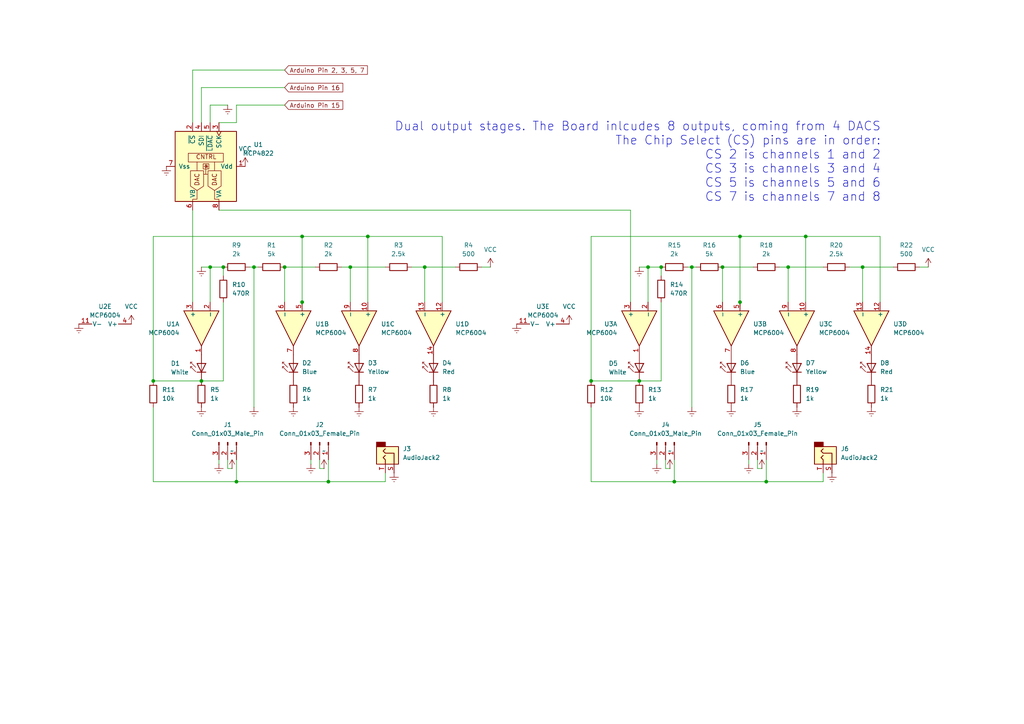
<source format=kicad_sch>
(kicad_sch (version 20231120) (generator "eeschema") (generator_version "8.0")
  (paper "A4")
  (lib_symbols
    (symbol "Amplifier_Operational:MCP6004" (pin_names (offset 0.127))
      (property "Reference" "U" (at 0 5.08 0))
      (property "Value" "MCP6004" (at 0 -5.08 0))
      (symbol "MCP6004_1_1"
        (polyline (pts (xy -5.08 5.08) (xy 5.08 0) (xy -5.08 -5.08) (xy -5.08 5.08)) (stroke (width 0.254)) (fill (type background)))
        (pin output line (at 7.62 0 180) (length 2.54) (name "~") (number "1"))
        (pin input line (at -7.62 -2.54 0) (length 2.54) (name "-") (number "2"))
        (pin input line (at -7.62 2.54 0) (length 2.54) (name "+") (number "3"))
      )
      (symbol "MCP6004_2_1"
        (polyline (pts (xy -5.08 5.08) (xy 5.08 0) (xy -5.08 -5.08) (xy -5.08 5.08)) (stroke (width 0.254)) (fill (type background)))
        (pin input line (at -7.62 2.54 0) (length 2.54) (name "+") (number "5"))
        (pin input line (at -7.62 -2.54 0) (length 2.54) (name "-") (number "6"))
        (pin output line (at 7.62 0 180) (length 2.54) (name "~") (number "7"))
      )
      (symbol "MCP6004_3_1"
        (polyline (pts (xy -5.08 5.08) (xy 5.08 0) (xy -5.08 -5.08) (xy -5.08 5.08)) (stroke (width 0.254)) (fill (type background)))
        (pin input line (at -7.62 2.54 0) (length 2.54) (name "+") (number "10"))
        (pin output line (at 7.62 0 180) (length 2.54) (name "~") (number "8"))
        (pin input line (at -7.62 -2.54 0) (length 2.54) (name "-") (number "9"))
      )
      (symbol "MCP6004_4_1"
        (polyline (pts (xy -5.08 5.08) (xy 5.08 0) (xy -5.08 -5.08) (xy -5.08 5.08)) (stroke (width 0.254)) (fill (type background)))
        (pin input line (at -7.62 2.54 0) (length 2.54) (name "+") (number "12"))
        (pin input line (at -7.62 -2.54 0) (length 2.54) (name "-") (number "13"))
        (pin output line (at 7.62 0 180) (length 2.54) (name "~") (number "14"))
      )
      (symbol "MCP6004_5_1"
        (pin power_in line (at -2.54 -7.62 90) (length 3.81) (name "V-") (number "11"))
        (pin power_in line (at -2.54 7.62 270) (length 3.81) (name "V+") (number "4"))
      )
    )
    (symbol "Analog_DAC:MCP4822" (pin_names (offset 1.016))
      (property "Reference" "U" (at -2.54 10.795 0))
      (property "Value" "MCP4822" (at -2.54 8.89 0))
      (symbol "MCP4822_0_0"
        (polyline (pts (xy 0 -1.778) (xy 0 -0.635)))
        (polyline (pts (xy 0.381 -0.889) (xy 0.508 -0.762)))
        (polyline (pts (xy 2.286 -1.143) (xy 2.286 -1.905)))
        (polyline (pts (xy 0.381 -0.889) (xy -0.381 -0.889) (xy -0.508 -1.016)))
        (polyline (pts (xy 0.762 -1.27) (xy 2.286 -1.27) (xy 2.286 -0.762)))
        (polyline (pts (xy 0 -0.889) (xy 0.508 -1.397) (xy -0.508 -1.397) (xy 0 -0.889)))
        (polyline (pts (xy 6.985 -3.81) (xy 9.525 -3.81) (xy 9.525 -5.08) (xy 10.16 -5.08)))
        (polyline (pts (xy 6.985 1.27) (xy 9.525 1.27) (xy 9.525 2.54) (xy 10.16 2.54)))
        (rectangle (start 0.762 -0.381) (end -0.762 -2.032))
        (text "CNTRL" (at -2.032 -4.191 900) (effects (font (size 1.27 1.27)) (justify left bottom)))
        (text "DAC" (at 3.81 -3.81 0) (effects (font (size 1.27 1.27))))
        (text "DAC" (at 3.81 1.27 0) (effects (font (size 1.27 1.27))))
      )
      (symbol "MCP4822_0_1"
        (rectangle (start -10.16 7.62) (end 10.16 -10.16) (stroke (width 0.254)) (fill (type background)))
        (rectangle (start -1.27 -6.35) (end -3.81 3.81))
        (polyline (pts (xy 1.27 -3.81) (xy -1.27 -3.81)))
        (polyline (pts (xy 1.27 1.27) (xy -1.27 1.27)))
        (polyline (pts (xy 6.985 -3.81) (xy 5.715 -1.905) (xy 1.27 -1.905) (xy 1.27 -5.715) (xy 5.715 -5.715) (xy 6.985 -3.81)))
        (polyline (pts (xy 6.985 1.27) (xy 5.715 3.175) (xy 1.27 3.175) (xy 1.27 -0.635) (xy 5.715 -0.635) (xy 6.985 1.27)))
      )
      (symbol "MCP4822_1_1"
        (pin power_in line (at 0 10.16 270) (length 2.54) (name "Vdd") (number "1"))
        (pin input line (at -12.7 -5.08 0) (length 2.54) (name "~{CS}") (number "2"))
        (pin input clock (at -12.7 2.54 0) (length 2.54) (name "SCK") (number "3"))
        (pin input line (at -12.7 -2.54 0) (length 2.54) (name "SDI") (number "4"))
        (pin input line (at -12.7 0 0) (length 2.54) (name "~{LDAC}") (number "5"))
        (pin output line (at 12.7 -5.08 180) (length 2.54) (name "VB") (number "6"))
        (pin power_in line (at 0 -12.7 90) (length 2.54) (name "Vss") (number "7"))
        (pin output line (at 12.7 2.54 180) (length 2.54) (name "VA") (number "8"))
      )
    )
    (symbol "Connector:Conn_01x03_Pin" (pin_names (offset 1.016) hide)
      (property "Reference" "J" (at 0 5.08 0))
      (property "Value" "Conn_01x03_Pin" (at 0 -5.08 0))
      (symbol "Conn_01x03_Pin_1_1"
        (polyline (pts (xy 1.27 -2.54) (xy 0.8636 -2.54)) (stroke (width 0.1524)))
        (polyline (pts (xy 1.27 0) (xy 0.8636 0)) (stroke (width 0.1524)))
        (polyline (pts (xy 1.27 2.54) (xy 0.8636 2.54)) (stroke (width 0.1524)))
        (rectangle (start 0.8636 -2.413) (end 0 -2.667) (stroke (width 0.1524)) (fill (type outline)))
        (rectangle (start 0.8636 0.127) (end 0 -0.127) (stroke (width 0.1524)) (fill (type outline)))
        (rectangle (start 0.8636 2.667) (end 0 2.413) (stroke (width 0.1524)) (fill (type outline)))
        (pin passive line (at 5.08 2.54 180) (length 3.81) (name "Pin_1") (number "1"))
        (pin passive line (at 5.08 0 180) (length 3.81) (name "Pin_2") (number "2"))
        (pin passive line (at 5.08 -2.54 180) (length 3.81) (name "Pin_3") (number "3"))
      )
    )
    (symbol "Connector_Audio:AudioJack2"
      (property "Reference" "J" (at 0 8.89 0))
      (property "Value" "AudioJack2" (at 0 6.35 0))
      (symbol "AudioJack2_0_1"
        (rectangle (start -3.81 0) (end -2.54 -2.54) (stroke (width 0.254)) (fill (type outline)))
        (rectangle (start -2.54 3.81) (end 2.54 -2.54) (stroke (width 0.254)) (fill (type background)))
        (polyline (pts (xy 0 0) (xy 0.635 -0.635) (xy 1.27 0) (xy 2.54 0)) (stroke (width 0.254)))
        (polyline (pts (xy 2.54 2.54) (xy -0.635 2.54) (xy -0.635 0) (xy -1.27 -0.635) (xy -1.905 0)) (stroke (width 0.254)))
      )
      (symbol "AudioJack2_1_1"
        (pin passive line (at 5.08 2.54 180) (length 2.54) (name "~") (number "S"))
        (pin passive line (at 5.08 0 180) (length 2.54) (name "~") (number "T"))
      )
    )
    (symbol "Device:R" (pin_numbers hide) (pin_names (offset 0))
      (property "Reference" "R" (at 2.032 0 90))
      (property "Value" "R" (at 0 0 90))
      (symbol "R_0_1"
        (rectangle (start -1.016 -2.54) (end 1.016 2.54) (stroke (width 0.254)))
      )
      (symbol "R_1_1"
        (pin passive line (at 0 3.81 270) (length 1.27) (name "~") (number "1"))
        (pin passive line (at 0 -3.81 90) (length 1.27) (name "~") (number "2"))
      )
    )
    (symbol "LED:IRL81A" (pin_numbers hide) (pin_names (offset 1.016) hide)
      (property "Reference" "D" (at 0.508 1.778 0))
      (property "Value" "IRL81A" (at -1.016 -2.794 0))
      (symbol "IRL81A_0_1"
        (polyline (pts (xy -2.54 0) (xy 0 0)))
        (polyline (pts (xy -2.54 1.27) (xy -2.54 -1.27)) (stroke (width 0.254)))
        (polyline (pts (xy 0.381 3.175) (xy -0.127 3.175)))
        (polyline (pts (xy -1.143 1.651) (xy 0.381 3.175) (xy 0.381 2.667)))
        (polyline (pts (xy 0 -1.27) (xy 0 1.27) (xy -2.54 0) (xy 0 -1.27)) (stroke (width 0.254)))
        (polyline (pts (xy -2.413 1.651) (xy -0.889 3.175) (xy -0.889 2.667) (xy -0.889 3.175) (xy -1.397 3.175)))
      )
      (symbol "IRL81A_1_1"
        (pin passive line (at -5.08 0 0) (length 2.54) (name "K") (number "1"))
        (pin passive line (at 2.54 0 180) (length 2.54) (name "A") (number "2"))
      )
    )
    (symbol "power:GNDREF" (power) (pin_numbers hide) (pin_names (offset 0) hide)
      (property "Value" "GNDREF" (at 0 -3.81 0))
      (symbol "GNDREF_0_1"
        (polyline (pts (xy -0.635 -1.905) (xy 0.635 -1.905)))
        (polyline (pts (xy -0.127 -2.54) (xy 0.127 -2.54)))
        (polyline (pts (xy 0 -1.27) (xy 0 0)))
        (polyline (pts (xy 1.27 -1.27) (xy -1.27 -1.27)))
      )
      (symbol "GNDREF_1_1"
        (pin power_in line (at 0 0 270) (length 0) (name "~") (number "1"))
      )
    )
    (symbol "power:VCC" (power) (pin_numbers hide) (pin_names (offset 0) hide)
      (property "Value" "VCC" (at 0 3.556 0))
      (symbol "VCC_0_1"
        (polyline (pts (xy -0.762 1.27) (xy 0 2.54)))
        (polyline (pts (xy 0 0) (xy 0 2.54)))
        (polyline (pts (xy 0 2.54) (xy 0.762 1.27)))
      )
      (symbol "VCC_1_1"
        (pin power_in line (at 0 0 90) (length 0) (name "~") (number "1"))
      )
    )
  )
  (junction (at 95.25 139.7))
  (junction (at 214.63 87.63))
  (junction (at 58.42 110.49))
  (junction (at 209.55 77.47))
  (junction (at 228.6 77.47))
  (junction (at 233.68 68.58))
  (junction (at 87.63 87.63))
  (junction (at 200.66 77.47))
  (junction (at 82.55 77.47))
  (junction (at 123.19 77.47))
  (junction (at 187.96 77.47))
  (junction (at 87.63 68.58))
  (junction (at 195.58 139.7))
  (junction (at 214.63 68.58))
  (junction (at 64.77 77.47))
  (junction (at 60.96 77.47))
  (junction (at 171.45 110.49))
  (junction (at 101.6 77.47))
  (junction (at 44.45 110.49))
  (junction (at 191.77 77.47))
  (junction (at 73.66 77.47))
  (junction (at 222.25 139.7))
  (junction (at 106.68 68.58))
  (junction (at 185.42 110.49))
  (junction (at 68.58 139.7))
  (junction (at 250.19 77.47))
  (wire (pts (xy 44.45 118.11) (xy 44.45 139.7)))
  (wire (pts (xy 95.25 139.7) (xy 111.76 139.7)))
  (wire (pts (xy 60.96 77.47) (xy 60.96 87.63)))
  (wire (pts (xy 195.58 133.35) (xy 195.58 139.7)))
  (wire (pts (xy 217.17 133.35) (xy 217.17 134.62)))
  (wire (pts (xy 194.31 135.89) (xy 193.04 135.89)))
  (wire (pts (xy 60.96 35.56) (xy 60.96 30.48)))
  (wire (pts (xy 269.24 77.47) (xy 266.7 77.47)))
  (wire (pts (xy 66.04 133.35) (xy 66.04 135.89)))
  (wire (pts (xy 195.58 139.7) (xy 222.25 139.7)))
  (wire (pts (xy 214.63 87.63) (xy 214.63 88.9)))
  (wire (pts (xy 60.96 77.47) (xy 64.77 77.47)))
  (wire (pts (xy 90.17 133.35) (xy 90.17 134.62)))
  (wire (pts (xy 233.68 68.58) (xy 255.27 68.58)))
  (wire (pts (xy 63.5 60.96) (xy 182.88 60.96)))
  (wire (pts (xy 182.88 60.96) (xy 182.88 87.63)))
  (wire (pts (xy 55.88 35.56) (xy 55.88 20.32)))
  (wire (pts (xy 187.96 77.47) (xy 191.77 77.47)))
  (wire (pts (xy 58.42 77.47) (xy 60.96 77.47)))
  (wire (pts (xy 68.58 30.48) (xy 82.55 30.48)))
  (wire (pts (xy 233.68 68.58) (xy 233.68 87.63)))
  (wire (pts (xy 63.5 35.56) (xy 68.58 35.56)))
  (wire (pts (xy 171.45 118.11) (xy 171.45 139.7)))
  (wire (pts (xy 95.25 133.35) (xy 95.25 139.7)))
  (wire (pts (xy 82.55 77.47) (xy 91.44 77.47)))
  (wire (pts (xy 228.6 77.47) (xy 238.76 77.47)))
  (wire (pts (xy 44.45 68.58) (xy 44.45 110.49)))
  (wire (pts (xy 200.66 77.47) (xy 200.66 118.11)))
  (wire (pts (xy 132.08 77.47) (xy 123.19 77.47)))
  (wire (pts (xy 99.06 77.47) (xy 101.6 77.47)))
  (wire (pts (xy 171.45 68.58) (xy 171.45 110.49)))
  (wire (pts (xy 93.98 135.89) (xy 92.71 135.89)))
  (wire (pts (xy 191.77 77.47) (xy 191.77 80.01)))
  (wire (pts (xy 222.25 139.7) (xy 238.76 139.7)))
  (wire (pts (xy 101.6 77.47) (xy 111.76 77.47)))
  (wire (pts (xy 228.6 77.47) (xy 228.6 87.63)))
  (wire (pts (xy 171.45 110.49) (xy 185.42 110.49)))
  (wire (pts (xy 209.55 77.47) (xy 209.55 87.63)))
  (wire (pts (xy 238.76 139.7) (xy 238.76 137.16)))
  (wire (pts (xy 68.58 139.7) (xy 95.25 139.7)))
  (wire (pts (xy 67.31 135.89) (xy 66.04 135.89)))
  (wire (pts (xy 214.63 68.58) (xy 214.63 87.63)))
  (wire (pts (xy 199.39 77.47) (xy 200.66 77.47)))
  (wire (pts (xy 142.24 77.47) (xy 139.7 77.47)))
  (wire (pts (xy 193.04 133.35) (xy 193.04 135.89)))
  (wire (pts (xy 87.63 87.63) (xy 87.63 88.9)))
  (wire (pts (xy 259.08 77.47) (xy 250.19 77.47)))
  (wire (pts (xy 185.42 77.47) (xy 187.96 77.47)))
  (wire (pts (xy 68.58 35.56) (xy 68.58 30.48)))
  (wire (pts (xy 58.42 35.56) (xy 58.42 25.4)))
  (wire (pts (xy 128.27 68.58) (xy 128.27 87.63)))
  (wire (pts (xy 44.45 110.49) (xy 58.42 110.49)))
  (wire (pts (xy 106.68 68.58) (xy 106.68 87.63)))
  (wire (pts (xy 171.45 139.7) (xy 195.58 139.7)))
  (wire (pts (xy 72.39 77.47) (xy 73.66 77.47)))
  (wire (pts (xy 44.45 68.58) (xy 87.63 68.58)))
  (wire (pts (xy 191.77 87.63) (xy 191.77 110.49)))
  (wire (pts (xy 68.58 133.35) (xy 68.58 139.7)))
  (wire (pts (xy 255.27 68.58) (xy 255.27 87.63)))
  (wire (pts (xy 171.45 68.58) (xy 214.63 68.58)))
  (wire (pts (xy 187.96 77.47) (xy 187.96 87.63)))
  (wire (pts (xy 209.55 77.47) (xy 218.44 77.47)))
  (wire (pts (xy 55.88 20.32) (xy 82.55 20.32)))
  (wire (pts (xy 190.5 133.35) (xy 190.5 134.62)))
  (wire (pts (xy 214.63 68.58) (xy 233.68 68.58)))
  (wire (pts (xy 101.6 77.47) (xy 101.6 87.63)))
  (wire (pts (xy 123.19 77.47) (xy 123.19 87.63)))
  (wire (pts (xy 73.66 77.47) (xy 73.66 118.11)))
  (wire (pts (xy 58.42 25.4) (xy 82.55 25.4)))
  (wire (pts (xy 185.42 110.49) (xy 191.77 110.49)))
  (wire (pts (xy 87.63 68.58) (xy 87.63 87.63)))
  (wire (pts (xy 246.38 77.47) (xy 250.19 77.47)))
  (wire (pts (xy 111.76 139.7) (xy 111.76 137.16)))
  (wire (pts (xy 60.96 30.48) (xy 66.04 30.48)))
  (wire (pts (xy 220.98 135.89) (xy 219.71 135.89)))
  (wire (pts (xy 82.55 77.47) (xy 82.55 87.63)))
  (wire (pts (xy 55.88 87.63) (xy 55.88 60.96)))
  (wire (pts (xy 64.77 77.47) (xy 64.77 80.01)))
  (wire (pts (xy 92.71 133.35) (xy 92.71 135.89)))
  (wire (pts (xy 64.77 87.63) (xy 64.77 110.49)))
  (wire (pts (xy 119.38 77.47) (xy 123.19 77.47)))
  (wire (pts (xy 106.68 68.58) (xy 128.27 68.58)))
  (wire (pts (xy 250.19 77.47) (xy 250.19 87.63)))
  (wire (pts (xy 44.45 139.7) (xy 68.58 139.7)))
  (wire (pts (xy 200.66 77.47) (xy 201.93 77.47)))
  (wire (pts (xy 73.66 77.47) (xy 74.93 77.47)))
  (wire (pts (xy 219.71 133.35) (xy 219.71 135.89)))
  (wire (pts (xy 87.63 68.58) (xy 106.68 68.58)))
  (wire (pts (xy 58.42 110.49) (xy 64.77 110.49)))
  (wire (pts (xy 222.25 133.35) (xy 222.25 139.7)))
  (wire (pts (xy 63.5 133.35) (xy 63.5 134.62)))
  (wire (pts (xy 226.06 77.47) (xy 228.6 77.47)))
  (text "Dual output stages. The Board inlcudes 8 outputs, coming from 4 DACS\nThe Chip Select (CS) pins are in order:\nCS 2 is channels 1 and 2\nCS 3 is channels 3 and 4\nCS 5 is channels 5 and 6\nCS 7 is channels 7 and 8" (at 255.524 46.99 0) (effects (font (size 2.54 2.54)) (justify right)))
  (global_label "Arduino Pin 16" (shape input) (at 82.55 25.4 0) (property "Intersheetrefs" "${INTERSHEET_REFS}" (effects (hide yes))))
  (global_label "Arduino Pin 15" (shape input) (at 82.55 30.48 0) (property "Intersheetrefs" "${INTERSHEET_REFS}" (effects (hide yes))))
  (global_label "Arduino Pin 2, 3, 5, 7" (shape input) (at 82.55 20.32 0) (property "Intersheetrefs" "${INTERSHEET_REFS}" (effects (hide yes))))
  (symbol (lib_id "Amplifier_Operational:MCP6004") (at 125.73 95.25 270) (unit 4)
    (property "Reference" "U1" (at 132.08 93.9799 90) (effects (justify left)))
    (property "Value" "MCP6004" (at 132.08 96.5199 90) (effects (justify left)))
    (property "Datasheet" "http://ww1.microchip.com/downloads/en/DeviceDoc/21733j.pdf" (effects (hide yes)))
    (property "Description" "1MHz, Low-Power Op Amp, DIP-14/SOIC-14/TSSOP-14" (effects (hide yes)))
  )
  (symbol (lib_id "power:GNDREF") (at 22.86 93.98 0) (unit 1)
    (property "Reference" "#PWR04" (effects (hide yes)))
    (property "Value" "GNDREF" (effects (hide yes)))
    (property "Description" "Power symbol creates a global label with name \"GNDREF\" , reference supply ground" (effects (hide yes)))
  )
  (symbol (lib_id "Device:R") (at 58.42 114.3 0) (unit 1)
    (property "Reference" "R5" (at 60.96 113.0299 0) (effects (justify left)))
    (property "Value" "1k" (at 60.96 115.5699 0) (effects (justify left)))
    (property "Description" "Resistor" (effects (hide yes)))
  )
  (symbol (lib_id "LED:IRL81A") (at 104.14 105.41 90) (unit 1)
    (property "Reference" "D3" (at 106.68 105.2829 90) (effects (justify right)))
    (property "Value" "Yellow" (at 106.68 107.8229 90) (effects (justify right)))
    (property "Footprint" "LED_THT:LED_SideEmitter_Rectangular_W4.5mm_H1.6mm" (effects (hide yes)))
    (property "Datasheet" "http://www.osram-os.com/Graphics/XPic0/00203825_0.pdf" (effects (hide yes)))
    (property "Description" "850nm High Power Infrared Emitter, Side-Emitter package" (effects (hide yes)))
  )
  (symbol (lib_id "power:GNDREF") (at 200.66 118.11 0) (unit 1)
    (property "Reference" "#PWR024" (effects (hide yes)))
    (property "Value" "GNDREF" (effects (hide yes)))
    (property "Description" "Power symbol creates a global label with name \"GNDREF\" , reference supply ground" (effects (hide yes)))
  )
  (symbol (lib_id "Amplifier_Operational:MCP6004") (at 231.14 95.25 270) (unit 3)
    (property "Reference" "U3" (at 237.49 93.9799 90) (effects (justify left)))
    (property "Value" "MCP6004" (at 237.49 96.5199 90) (effects (justify left)))
    (property "Datasheet" "http://ww1.microchip.com/downloads/en/DeviceDoc/21733j.pdf" (effects (hide yes)))
    (property "Description" "1MHz, Low-Power Op Amp, DIP-14/SOIC-14/TSSOP-14" (effects (hide yes)))
  )
  (symbol (lib_id "Amplifier_Operational:MCP6004") (at 30.48 96.52 270) (unit 5)
    (property "Reference" "U2" (at 30.48 88.9 90))
    (property "Value" "MCP6004" (at 30.48 91.44 90))
    (property "Datasheet" "http://ww1.microchip.com/downloads/en/DeviceDoc/21733j.pdf" (effects (hide yes)))
    (property "Description" "1MHz, Low-Power Op Amp, DIP-14/SOIC-14/TSSOP-14" (effects (hide yes)))
  )
  (symbol (lib_id "power:GNDREF") (at 73.66 118.11 0) (unit 1)
    (property "Reference" "#PWR016" (effects (hide yes)))
    (property "Value" "GNDREF" (effects (hide yes)))
    (property "Description" "Power symbol creates a global label with name \"GNDREF\" , reference supply ground" (effects (hide yes)))
  )
  (symbol (lib_id "Amplifier_Operational:MCP6004") (at 157.48 96.52 270) (unit 5)
    (property "Reference" "U3" (at 157.48 88.9 90))
    (property "Value" "MCP6004" (at 157.48 91.44 90))
    (property "Datasheet" "http://ww1.microchip.com/downloads/en/DeviceDoc/21733j.pdf" (effects (hide yes)))
    (property "Description" "1MHz, Low-Power Op Amp, DIP-14/SOIC-14/TSSOP-14" (effects (hide yes)))
  )
  (symbol (lib_id "power:VCC") (at 220.98 135.89 0) (unit 1)
    (property "Reference" "#PWR027" (effects (hide yes)))
    (property "Value" "~" (at 220.98 130.81 0))
    (property "Description" "Power symbol creates a global label with name \"VCC\"" (effects (hide yes)))
  )
  (symbol (lib_id "Device:R") (at 242.57 77.47 90) (unit 1)
    (property "Reference" "R20" (at 242.57 71.12 90))
    (property "Value" "2.5k" (at 242.57 73.66 90))
    (property "Description" "Resistor" (effects (hide yes)))
  )
  (symbol (lib_id "Device:R") (at 212.09 114.3 0) (unit 1)
    (property "Reference" "R17" (at 214.63 113.0299 0) (effects (justify left)))
    (property "Value" "1k" (at 214.63 115.5699 0) (effects (justify left)))
    (property "Description" "Resistor" (effects (hide yes)))
  )
  (symbol (lib_id "LED:IRL81A") (at 231.14 105.41 90) (unit 1)
    (property "Reference" "D7" (at 233.68 105.2829 90) (effects (justify right)))
    (property "Value" "Yellow" (at 233.68 107.8229 90) (effects (justify right)))
    (property "Footprint" "LED_THT:LED_SideEmitter_Rectangular_W4.5mm_H1.6mm" (effects (hide yes)))
    (property "Datasheet" "http://www.osram-os.com/Graphics/XPic0/00203825_0.pdf" (effects (hide yes)))
    (property "Description" "850nm High Power Infrared Emitter, Side-Emitter package" (effects (hide yes)))
  )
  (symbol (lib_id "Analog_DAC:MCP4822") (at 60.96 48.26 270) (unit 1)
    (property "Reference" "U1" (at 74.93 41.9414 90))
    (property "Value" "MCP4822" (at 74.93 44.4814 90))
    (property "Datasheet" "http://ww1.microchip.com/downloads/en/DeviceDoc/20002249B.pdf" (effects (hide yes)))
    (property "Description" "2-Channel 12-Bit D/A Converters with SPI Interface and Internal Reference (2.048V)" (effects (hide yes)))
  )
  (symbol (lib_id "Device:R") (at 231.14 114.3 0) (unit 1)
    (property "Reference" "R19" (at 233.68 113.0299 0) (effects (justify left)))
    (property "Value" "1k" (at 233.68 115.5699 0) (effects (justify left)))
    (property "Description" "Resistor" (effects (hide yes)))
  )
  (symbol (lib_id "power:GNDREF") (at 66.04 30.48 0) (unit 1)
    (property "Reference" "#PWR017" (effects (hide yes)))
    (property "Value" "GNDREF" (effects (hide yes)))
    (property "Description" "Power symbol creates a global label with name \"GNDREF\" , reference supply ground" (effects (hide yes)))
  )
  (symbol (lib_id "Amplifier_Operational:MCP6004") (at 58.42 95.25 90) (mirror x) (unit 1)
    (property "Reference" "U1" (at 52.07 93.9799 90) (effects (justify left)))
    (property "Value" "MCP6004" (at 52.07 96.5199 90) (effects (justify left)))
    (property "Datasheet" "http://ww1.microchip.com/downloads/en/DeviceDoc/21733j.pdf" (effects (hide yes)))
    (property "Description" "1MHz, Low-Power Op Amp, DIP-14/SOIC-14/TSSOP-14" (effects (hide yes)))
  )
  (symbol (lib_id "Device:R") (at 205.74 77.47 90) (unit 1)
    (property "Reference" "R16" (at 205.74 71.12 90))
    (property "Value" "5k" (at 205.74 73.66 90))
    (property "Description" "Resistor" (effects (hide yes)))
  )
  (symbol (lib_id "Device:R") (at 185.42 114.3 0) (unit 1)
    (property "Reference" "R13" (at 187.96 113.0299 0) (effects (justify left)))
    (property "Value" "1k" (at 187.96 115.5699 0) (effects (justify left)))
    (property "Description" "Resistor" (effects (hide yes)))
  )
  (symbol (lib_id "power:GNDREF") (at 58.42 77.47 0) (unit 1)
    (property "Reference" "#PWR03" (effects (hide yes)))
    (property "Value" "GNDREF" (effects (hide yes)))
    (property "Description" "Power symbol creates a global label with name \"GNDREF\" , reference supply ground" (effects (hide yes)))
  )
  (symbol (lib_id "Amplifier_Operational:MCP6004") (at 85.09 95.25 270) (unit 2)
    (property "Reference" "U1" (at 91.44 93.9799 90) (effects (justify left)))
    (property "Value" "MCP6004" (at 91.44 96.5199 90) (effects (justify left)))
    (property "Datasheet" "http://ww1.microchip.com/downloads/en/DeviceDoc/21733j.pdf" (effects (hide yes)))
    (property "Description" "1MHz, Low-Power Op Amp, DIP-14/SOIC-14/TSSOP-14" (effects (hide yes)))
  )
  (symbol (lib_id "power:GNDREF") (at 149.86 93.98 0) (unit 1)
    (property "Reference" "#PWR018" (effects (hide yes)))
    (property "Value" "GNDREF" (effects (hide yes)))
    (property "Description" "Power symbol creates a global label with name \"GNDREF\" , reference supply ground" (effects (hide yes)))
  )
  (symbol (lib_id "Connector:Conn_01x03_Pin") (at 66.04 128.27 270) (unit 1)
    (property "Reference" "J1" (at 66.04 123.19 90))
    (property "Value" "Conn_01x03_Male_Pin" (at 66.04 125.73 90))
    (property "Description" "Generic connector, single row, 01x03, script generated" (effects (hide yes)))
  )
  (symbol (lib_id "power:GNDREF") (at 104.14 118.11 0) (unit 1)
    (property "Reference" "#PWR07" (effects (hide yes)))
    (property "Value" "GNDREF" (effects (hide yes)))
    (property "Description" "Power symbol creates a global label with name \"GNDREF\" , reference supply ground" (effects (hide yes)))
  )
  (symbol (lib_id "Device:R") (at 64.77 83.82 0) (unit 1)
    (property "Reference" "R10" (at 67.31 82.5499 0) (effects (justify left)))
    (property "Value" "470R" (at 67.31 85.0899 0) (effects (justify left)))
    (property "Description" "Resistor" (effects (hide yes)))
  )
  (symbol (lib_id "LED:IRL81A") (at 85.09 105.41 90) (unit 1)
    (property "Reference" "D2" (at 87.63 105.2829 90) (effects (justify right)))
    (property "Value" "Blue" (at 87.63 107.8229 90) (effects (justify right)))
    (property "Footprint" "LED_THT:LED_SideEmitter_Rectangular_W4.5mm_H1.6mm" (effects (hide yes)))
    (property "Datasheet" "http://www.osram-os.com/Graphics/XPic0/00203825_0.pdf" (effects (hide yes)))
    (property "Description" "850nm High Power Infrared Emitter, Side-Emitter package" (effects (hide yes)))
  )
  (symbol (lib_id "Connector:Conn_01x03_Pin") (at 193.04 128.27 270) (unit 1)
    (property "Reference" "J4" (at 193.04 123.19 90))
    (property "Value" "Conn_01x03_Male_Pin" (at 193.04 125.73 90))
    (property "Description" "Generic connector, single row, 01x03, script generated" (effects (hide yes)))
  )
  (symbol (lib_id "Device:R") (at 222.25 77.47 90) (unit 1)
    (property "Reference" "R18" (at 222.25 71.12 90))
    (property "Value" "2k" (at 222.25 73.66 90))
    (property "Description" "Resistor" (effects (hide yes)))
  )
  (symbol (lib_id "power:VCC") (at 165.1 93.98 0) (unit 1)
    (property "Reference" "#PWR019" (effects (hide yes)))
    (property "Value" "VCC" (at 165.1 88.9 0))
    (property "Description" "Power symbol creates a global label with name \"VCC\"" (effects (hide yes)))
  )
  (symbol (lib_id "LED:IRL81A") (at 185.42 105.41 90) (unit 1)
    (property "Reference" "D5" (at 176.53 105.41 90) (effects (justify right)))
    (property "Value" "White" (at 176.53 107.95 90) (effects (justify right)))
    (property "Footprint" "LED_THT:LED_SideEmitter_Rectangular_W4.5mm_H1.6mm" (effects (hide yes)))
    (property "Datasheet" "http://www.osram-os.com/Graphics/XPic0/00203825_0.pdf" (effects (hide yes)))
    (property "Description" "850nm High Power Infrared Emitter, Side-Emitter package" (effects (hide yes)))
  )
  (symbol (lib_id "LED:IRL81A") (at 212.09 105.41 90) (unit 1)
    (property "Reference" "D6" (at 214.63 105.2829 90) (effects (justify right)))
    (property "Value" "Blue" (at 214.63 107.8229 90) (effects (justify right)))
    (property "Footprint" "LED_THT:LED_SideEmitter_Rectangular_W4.5mm_H1.6mm" (effects (hide yes)))
    (property "Datasheet" "http://www.osram-os.com/Graphics/XPic0/00203825_0.pdf" (effects (hide yes)))
    (property "Description" "850nm High Power Infrared Emitter, Side-Emitter package" (effects (hide yes)))
  )
  (symbol (lib_id "power:VCC") (at 38.1 93.98 0) (unit 1)
    (property "Reference" "#PWR01" (effects (hide yes)))
    (property "Value" "VCC" (at 38.1 88.9 0))
    (property "Description" "Power symbol creates a global label with name \"VCC\"" (effects (hide yes)))
  )
  (symbol (lib_id "power:GNDREF") (at 58.42 118.11 0) (unit 1)
    (property "Reference" "#PWR05" (effects (hide yes)))
    (property "Value" "GNDREF" (effects (hide yes)))
    (property "Description" "Power symbol creates a global label with name \"GNDREF\" , reference supply ground" (effects (hide yes)))
  )
  (symbol (lib_id "Device:R") (at 171.45 114.3 0) (unit 1)
    (property "Reference" "R12" (at 173.99 113.0299 0) (effects (justify left)))
    (property "Value" "10k" (at 173.99 115.5699 0) (effects (justify left)))
    (property "Description" "Resistor" (effects (hide yes)))
  )
  (symbol (lib_id "LED:IRL81A") (at 252.73 105.41 90) (unit 1)
    (property "Reference" "D8" (at 255.27 105.2829 90) (effects (justify right)))
    (property "Value" "Red" (at 255.27 107.8229 90) (effects (justify right)))
    (property "Footprint" "LED_THT:LED_SideEmitter_Rectangular_W4.5mm_H1.6mm" (effects (hide yes)))
    (property "Datasheet" "http://www.osram-os.com/Graphics/XPic0/00203825_0.pdf" (effects (hide yes)))
    (property "Description" "850nm High Power Infrared Emitter, Side-Emitter package" (effects (hide yes)))
  )
  (symbol (lib_id "power:VCC") (at 71.12 48.26 0) (unit 1)
    (property "Reference" "#PWR014" (effects (hide yes)))
    (property "Value" "VCC" (at 71.12 43.18 0))
    (property "Description" "Power symbol creates a global label with name \"VCC\"" (effects (hide yes)))
  )
  (symbol (lib_id "power:GNDREF") (at 63.5 134.62 0) (unit 1)
    (property "Reference" "#PWR09" (effects (hide yes)))
    (property "Value" "GNDREF" (effects (hide yes)))
    (property "Description" "Power symbol creates a global label with name \"GNDREF\" , reference supply ground" (effects (hide yes)))
  )
  (symbol (lib_id "Device:R") (at 195.58 77.47 90) (unit 1)
    (property "Reference" "R15" (at 195.58 71.12 90))
    (property "Value" "2k" (at 195.58 73.66 90))
    (property "Description" "Resistor" (effects (hide yes)))
  )
  (symbol (lib_id "Device:R") (at 262.89 77.47 90) (unit 1)
    (property "Reference" "R22" (at 262.89 71.12 90))
    (property "Value" "500" (at 262.89 73.66 90))
    (property "Description" "Resistor" (effects (hide yes)))
  )
  (symbol (lib_id "power:GNDREF") (at 185.42 118.11 0) (unit 1)
    (property "Reference" "#PWR021" (effects (hide yes)))
    (property "Value" "GNDREF" (effects (hide yes)))
    (property "Description" "Power symbol creates a global label with name \"GNDREF\" , reference supply ground" (effects (hide yes)))
  )
  (symbol (lib_id "Device:R") (at 95.25 77.47 90) (unit 1)
    (property "Reference" "R2" (at 95.25 71.12 90))
    (property "Value" "2k" (at 95.25 73.66 90))
    (property "Description" "Resistor" (effects (hide yes)))
  )
  (symbol (lib_id "power:GNDREF") (at 217.17 134.62 0) (unit 1)
    (property "Reference" "#PWR026" (effects (hide yes)))
    (property "Value" "GNDREF" (effects (hide yes)))
    (property "Description" "Power symbol creates a global label with name \"GNDREF\" , reference supply ground" (effects (hide yes)))
  )
  (symbol (lib_id "Amplifier_Operational:MCP6004") (at 185.42 95.25 90) (mirror x) (unit 1)
    (property "Reference" "U3" (at 179.07 93.9799 90) (effects (justify left)))
    (property "Value" "MCP6004" (at 179.07 96.5199 90) (effects (justify left)))
    (property "Datasheet" "http://ww1.microchip.com/downloads/en/DeviceDoc/21733j.pdf" (effects (hide yes)))
    (property "Description" "1MHz, Low-Power Op Amp, DIP-14/SOIC-14/TSSOP-14" (effects (hide yes)))
  )
  (symbol (lib_id "Device:R") (at 135.89 77.47 90) (unit 1)
    (property "Reference" "R4" (at 135.89 71.12 90))
    (property "Value" "500" (at 135.89 73.66 90))
    (property "Description" "Resistor" (effects (hide yes)))
  )
  (symbol (lib_id "power:GNDREF") (at 48.26 48.26 0) (unit 1)
    (property "Reference" "#PWR015" (effects (hide yes)))
    (property "Value" "GNDREF" (effects (hide yes)))
    (property "Description" "Power symbol creates a global label with name \"GNDREF\" , reference supply ground" (effects (hide yes)))
  )
  (symbol (lib_id "Amplifier_Operational:MCP6004") (at 104.14 95.25 270) (unit 3)
    (property "Reference" "U1" (at 110.49 93.9799 90) (effects (justify left)))
    (property "Value" "MCP6004" (at 110.49 96.5199 90) (effects (justify left)))
    (property "Datasheet" "http://ww1.microchip.com/downloads/en/DeviceDoc/21733j.pdf" (effects (hide yes)))
    (property "Description" "1MHz, Low-Power Op Amp, DIP-14/SOIC-14/TSSOP-14" (effects (hide yes)))
  )
  (symbol (lib_id "power:GNDREF") (at 185.42 77.47 0) (unit 1)
    (property "Reference" "#PWR020" (effects (hide yes)))
    (property "Value" "GNDREF" (effects (hide yes)))
    (property "Description" "Power symbol creates a global label with name \"GNDREF\" , reference supply ground" (effects (hide yes)))
  )
  (symbol (lib_id "Device:R") (at 44.45 114.3 0) (unit 1)
    (property "Reference" "R11" (at 46.99 113.0299 0) (effects (justify left)))
    (property "Value" "10k" (at 46.99 115.5699 0) (effects (justify left)))
    (property "Description" "Resistor" (effects (hide yes)))
  )
  (symbol (lib_id "Amplifier_Operational:MCP6004") (at 212.09 95.25 270) (unit 2)
    (property "Reference" "U3" (at 218.44 93.9799 90) (effects (justify left)))
    (property "Value" "MCP6004" (at 218.44 96.5199 90) (effects (justify left)))
    (property "Datasheet" "http://ww1.microchip.com/downloads/en/DeviceDoc/21733j.pdf" (effects (hide yes)))
    (property "Description" "1MHz, Low-Power Op Amp, DIP-14/SOIC-14/TSSOP-14" (effects (hide yes)))
  )
  (symbol (lib_id "Connector:Conn_01x03_Pin") (at 219.71 128.27 270) (unit 1)
    (property "Reference" "J5" (at 219.71 123.19 90))
    (property "Value" "Conn_01x03_Female_Pin" (at 219.71 125.73 90))
    (property "Description" "Generic connector, single row, 01x03, script generated" (effects (hide yes)))
  )
  (symbol (lib_id "power:GNDREF") (at 241.3 137.16 0) (unit 1)
    (property "Reference" "#PWR029" (effects (hide yes)))
    (property "Value" "GNDREF" (effects (hide yes)))
    (property "Description" "Power symbol creates a global label with name \"GNDREF\" , reference supply ground" (effects (hide yes)))
  )
  (symbol (lib_id "Device:R") (at 191.77 83.82 0) (unit 1)
    (property "Reference" "R14" (at 194.31 82.5499 0) (effects (justify left)))
    (property "Value" "470R" (at 194.31 85.0899 0) (effects (justify left)))
    (property "Description" "Resistor" (effects (hide yes)))
  )
  (symbol (lib_id "Connector:Conn_01x03_Pin") (at 92.71 128.27 270) (unit 1)
    (property "Reference" "J2" (at 92.71 123.19 90))
    (property "Value" "Conn_01x03_Female_Pin" (at 92.71 125.73 90))
    (property "Description" "Generic connector, single row, 01x03, script generated" (effects (hide yes)))
  )
  (symbol (lib_id "Device:R") (at 68.58 77.47 90) (unit 1)
    (property "Reference" "R9" (at 68.58 71.12 90))
    (property "Value" "2k" (at 68.58 73.66 90))
    (property "Description" "Resistor" (effects (hide yes)))
  )
  (symbol (lib_id "power:GNDREF") (at 114.3 137.16 0) (unit 1)
    (property "Reference" "#PWR013" (effects (hide yes)))
    (property "Value" "GNDREF" (effects (hide yes)))
    (property "Description" "Power symbol creates a global label with name \"GNDREF\" , reference supply ground" (effects (hide yes)))
  )
  (symbol (lib_id "Device:R") (at 85.09 114.3 0) (unit 1)
    (property "Reference" "R6" (at 87.63 113.0299 0) (effects (justify left)))
    (property "Value" "1k" (at 87.63 115.5699 0) (effects (justify left)))
    (property "Description" "Resistor" (effects (hide yes)))
  )
  (symbol (lib_id "power:GNDREF") (at 252.73 118.11 0) (unit 1)
    (property "Reference" "#PWR030" (effects (hide yes)))
    (property "Value" "GNDREF" (effects (hide yes)))
    (property "Description" "Power symbol creates a global label with name \"GNDREF\" , reference supply ground" (effects (hide yes)))
  )
  (symbol (lib_id "Device:R") (at 78.74 77.47 90) (unit 1)
    (property "Reference" "R1" (at 78.74 71.12 90))
    (property "Value" "5k" (at 78.74 73.66 90))
    (property "Description" "Resistor" (effects (hide yes)))
  )
  (symbol (lib_id "power:GNDREF") (at 85.09 118.11 0) (unit 1)
    (property "Reference" "#PWR06" (effects (hide yes)))
    (property "Value" "GNDREF" (effects (hide yes)))
    (property "Description" "Power symbol creates a global label with name \"GNDREF\" , reference supply ground" (effects (hide yes)))
  )
  (symbol (lib_id "power:GNDREF") (at 190.5 134.62 0) (unit 1)
    (property "Reference" "#PWR022" (effects (hide yes)))
    (property "Value" "GNDREF" (effects (hide yes)))
    (property "Description" "Power symbol creates a global label with name \"GNDREF\" , reference supply ground" (effects (hide yes)))
  )
  (symbol (lib_id "Connector_Audio:AudioJack2") (at 111.76 132.08 270) (unit 1)
    (property "Reference" "J3" (at 116.84 130.1749 90) (effects (justify left)))
    (property "Value" "AudioJack2" (at 116.84 132.7149 90) (effects (justify left)))
    (property "Description" "Audio Jack, 2 Poles (Mono / TS)" (effects (hide yes)))
  )
  (symbol (lib_id "Device:R") (at 115.57 77.47 90) (unit 1)
    (property "Reference" "R3" (at 115.57 71.12 90))
    (property "Value" "2.5k" (at 115.57 73.66 90))
    (property "Description" "Resistor" (effects (hide yes)))
  )
  (symbol (lib_id "power:GNDREF") (at 212.09 118.11 0) (unit 1)
    (property "Reference" "#PWR025" (effects (hide yes)))
    (property "Value" "GNDREF" (effects (hide yes)))
    (property "Description" "Power symbol creates a global label with name \"GNDREF\" , reference supply ground" (effects (hide yes)))
  )
  (symbol (lib_id "power:GNDREF") (at 125.73 118.11 0) (unit 1)
    (property "Reference" "#PWR08" (effects (hide yes)))
    (property "Value" "GNDREF" (effects (hide yes)))
    (property "Description" "Power symbol creates a global label with name \"GNDREF\" , reference supply ground" (effects (hide yes)))
  )
  (symbol (lib_id "power:VCC") (at 194.31 135.89 0) (unit 1)
    (property "Reference" "#PWR023" (effects (hide yes)))
    (property "Value" "~" (at 194.31 130.81 0))
    (property "Description" "Power symbol creates a global label with name \"VCC\"" (effects (hide yes)))
  )
  (symbol (lib_id "Device:R") (at 252.73 114.3 0) (unit 1)
    (property "Reference" "R21" (at 255.27 113.0299 0) (effects (justify left)))
    (property "Value" "1k" (at 255.27 115.5699 0) (effects (justify left)))
    (property "Description" "Resistor" (effects (hide yes)))
  )
  (symbol (lib_id "Device:R") (at 125.73 114.3 0) (unit 1)
    (property "Reference" "R8" (at 128.27 113.0299 0) (effects (justify left)))
    (property "Value" "1k" (at 128.27 115.5699 0) (effects (justify left)))
    (property "Description" "Resistor" (effects (hide yes)))
  )
  (symbol (lib_id "Connector_Audio:AudioJack2") (at 238.76 132.08 270) (unit 1)
    (property "Reference" "J6" (at 243.84 130.1749 90) (effects (justify left)))
    (property "Value" "AudioJack2" (at 243.84 132.7149 90) (effects (justify left)))
    (property "Description" "Audio Jack, 2 Poles (Mono / TS)" (effects (hide yes)))
  )
  (symbol (lib_id "Device:R") (at 104.14 114.3 0) (unit 1)
    (property "Reference" "R7" (at 106.68 113.0299 0) (effects (justify left)))
    (property "Value" "1k" (at 106.68 115.5699 0) (effects (justify left)))
    (property "Description" "Resistor" (effects (hide yes)))
  )
  (symbol (lib_id "LED:IRL81A") (at 58.42 105.41 90) (unit 1)
    (property "Reference" "D1" (at 49.53 105.41 90) (effects (justify right)))
    (property "Value" "White" (at 49.53 107.95 90) (effects (justify right)))
    (property "Footprint" "LED_THT:LED_SideEmitter_Rectangular_W4.5mm_H1.6mm" (effects (hide yes)))
    (property "Datasheet" "http://www.osram-os.com/Graphics/XPic0/00203825_0.pdf" (effects (hide yes)))
    (property "Description" "850nm High Power Infrared Emitter, Side-Emitter package" (effects (hide yes)))
  )
  (symbol (lib_id "power:VCC") (at 142.24 77.47 0) (unit 1)
    (property "Reference" "#PWR02" (effects (hide yes)))
    (property "Value" "VCC" (at 142.24 72.39 0))
    (property "Description" "Power symbol creates a global label with name \"VCC\"" (effects (hide yes)))
  )
  (symbol (lib_id "power:VCC") (at 269.24 77.47 0) (unit 1)
    (property "Reference" "#PWR031" (effects (hide yes)))
    (property "Value" "VCC" (at 269.24 72.39 0))
    (property "Description" "Power symbol creates a global label with name \"VCC\"" (effects (hide yes)))
  )
  (symbol (lib_id "power:GNDREF") (at 231.14 118.11 0) (unit 1)
    (property "Reference" "#PWR028" (effects (hide yes)))
    (property "Value" "GNDREF" (effects (hide yes)))
    (property "Description" "Power symbol creates a global label with name \"GNDREF\" , reference supply ground" (effects (hide yes)))
  )
  (symbol (lib_id "power:GNDREF") (at 90.17 134.62 0) (unit 1)
    (property "Reference" "#PWR011" (effects (hide yes)))
    (property "Value" "GNDREF" (effects (hide yes)))
    (property "Description" "Power symbol creates a global label with name \"GNDREF\" , reference supply ground" (effects (hide yes)))
  )
  (symbol (lib_id "power:VCC") (at 67.31 135.89 0) (unit 1)
    (property "Reference" "#PWR010" (effects (hide yes)))
    (property "Value" "~" (at 67.31 130.81 0))
    (property "Description" "Power symbol creates a global label with name \"VCC\"" (effects (hide yes)))
  )
  (symbol (lib_id "Amplifier_Operational:MCP6004") (at 252.73 95.25 270) (unit 4)
    (property "Reference" "U3" (at 259.08 93.9799 90) (effects (justify left)))
    (property "Value" "MCP6004" (at 259.08 96.5199 90) (effects (justify left)))
    (property "Datasheet" "http://ww1.microchip.com/downloads/en/DeviceDoc/21733j.pdf" (effects (hide yes)))
    (property "Description" "1MHz, Low-Power Op Amp, DIP-14/SOIC-14/TSSOP-14" (effects (hide yes)))
  )
  (symbol (lib_id "power:VCC") (at 93.98 135.89 0) (unit 1)
    (property "Reference" "#PWR012" (effects (hide yes)))
    (property "Value" "~" (at 93.98 130.81 0))
    (property "Description" "Power symbol creates a global label with name \"VCC\"" (effects (hide yes)))
  )
  (symbol (lib_id "LED:IRL81A") (at 125.73 105.41 90) (unit 1)
    (property "Reference" "D4" (at 128.27 105.2829 90) (effects (justify right)))
    (property "Value" "Red" (at 128.27 107.8229 90) (effects (justify right)))
    (property "Footprint" "LED_THT:LED_SideEmitter_Rectangular_W4.5mm_H1.6mm" (effects (hide yes)))
    (property "Datasheet" "http://www.osram-os.com/Graphics/XPic0/00203825_0.pdf" (effects (hide yes)))
    (property "Description" "850nm High Power Infrared Emitter, Side-Emitter package" (effects (hide yes)))
  )
)
</source>
